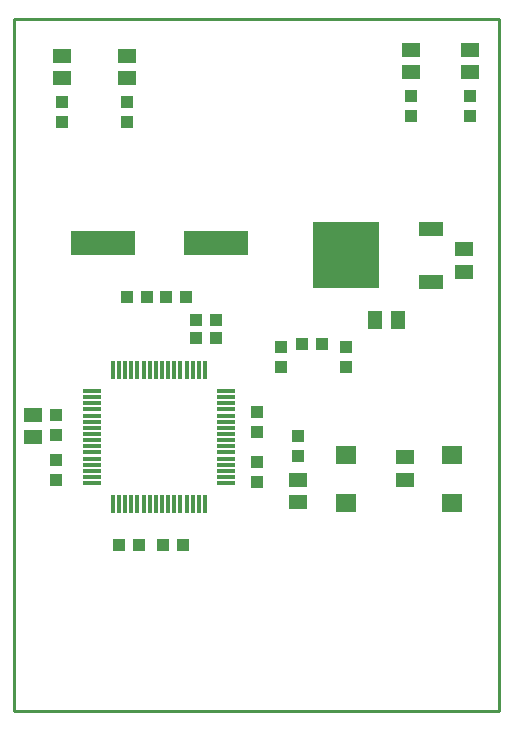
<source format=gtp>
%FSLAX44Y44*%
%MOMM*%
G71*
G01*
G75*
G04 Layer_Color=8421504*
%ADD10R,0.3000X1.5000*%
%ADD11R,1.5000X0.3000*%
%ADD12R,5.5000X2.0000*%
%ADD13R,1.6800X1.5200*%
%ADD14R,1.1000X1.0000*%
%ADD15R,1.0000X1.1000*%
%ADD16R,1.5000X1.3000*%
%ADD17R,1.3000X1.5000*%
%ADD18R,2.0000X1.2000*%
%ADD19R,5.6000X5.6000*%
%ADD20C,0.2540*%
%ADD21C,1.0000*%
%ADD22C,1.5000*%
%ADD23R,2.0000X2.0000*%
%ADD24C,2.0000*%
%ADD25C,0.7000*%
%ADD26C,0.2000*%
%ADD27C,0.1000*%
%ADD28R,0.7620X0.5080*%
D10*
X84000Y175000D02*
D03*
X162000D02*
D03*
X146400D02*
D03*
X136000D02*
D03*
X94400D02*
D03*
X110000D02*
D03*
X156800D02*
D03*
X151600D02*
D03*
X125600D02*
D03*
X99600D02*
D03*
X115200D02*
D03*
X130800D02*
D03*
X104800D02*
D03*
X141200D02*
D03*
X89200D02*
D03*
X120400D02*
D03*
Y289000D02*
D03*
X89200D02*
D03*
X141200D02*
D03*
X104800D02*
D03*
X130800D02*
D03*
X115200D02*
D03*
X99600D02*
D03*
X125600D02*
D03*
X151600D02*
D03*
X156800D02*
D03*
X110000D02*
D03*
X94400D02*
D03*
X136000D02*
D03*
X146400D02*
D03*
X162000D02*
D03*
X84000D02*
D03*
D11*
X180000Y260600D02*
D03*
Y193000D02*
D03*
Y271000D02*
D03*
Y250200D02*
D03*
Y255400D02*
D03*
Y245000D02*
D03*
Y213800D02*
D03*
Y224200D02*
D03*
Y219000D02*
D03*
Y234600D02*
D03*
Y239800D02*
D03*
Y229400D02*
D03*
Y208600D02*
D03*
Y265800D02*
D03*
Y203400D02*
D03*
Y198200D02*
D03*
X66000D02*
D03*
Y208600D02*
D03*
Y203400D02*
D03*
Y213800D02*
D03*
Y234600D02*
D03*
Y245000D02*
D03*
Y239800D02*
D03*
Y224200D02*
D03*
Y229400D02*
D03*
Y219000D02*
D03*
Y250200D02*
D03*
Y260600D02*
D03*
Y255400D02*
D03*
Y271000D02*
D03*
Y193000D02*
D03*
Y265800D02*
D03*
D12*
X76000Y396000D02*
D03*
X171000D02*
D03*
D13*
X371000Y216600D02*
D03*
Y176000D02*
D03*
X281000Y216600D02*
D03*
Y176000D02*
D03*
D14*
X244000Y311000D02*
D03*
X261000D02*
D03*
X89000Y141000D02*
D03*
X106000D02*
D03*
X126000D02*
D03*
X143000D02*
D03*
X171000Y331000D02*
D03*
X154000D02*
D03*
X171000Y316000D02*
D03*
X154000D02*
D03*
X146000Y351000D02*
D03*
X129000D02*
D03*
X96000D02*
D03*
X113000D02*
D03*
D15*
X386000Y504000D02*
D03*
Y521000D02*
D03*
X336000Y504000D02*
D03*
Y521000D02*
D03*
X96000Y499000D02*
D03*
Y516000D02*
D03*
X41000Y499000D02*
D03*
Y516000D02*
D03*
X241000Y233000D02*
D03*
Y216000D02*
D03*
X206000Y236000D02*
D03*
Y253000D02*
D03*
X36000Y196000D02*
D03*
Y213000D02*
D03*
X206000Y211000D02*
D03*
Y194000D02*
D03*
X36000Y251000D02*
D03*
Y234000D02*
D03*
X281000Y291000D02*
D03*
Y308000D02*
D03*
X226000Y291000D02*
D03*
Y308000D02*
D03*
D16*
X16000Y251000D02*
D03*
Y232000D02*
D03*
X331000Y196000D02*
D03*
Y215000D02*
D03*
X381000Y391000D02*
D03*
Y372000D02*
D03*
X386000Y541000D02*
D03*
Y560000D02*
D03*
X336000Y541000D02*
D03*
Y560000D02*
D03*
X96000Y536000D02*
D03*
Y555000D02*
D03*
X41000Y536000D02*
D03*
Y555000D02*
D03*
X241000Y196000D02*
D03*
Y177000D02*
D03*
D17*
X306000Y331000D02*
D03*
X325000D02*
D03*
D18*
X353000Y363500D02*
D03*
Y408500D02*
D03*
D19*
X281000Y386000D02*
D03*
D20*
X0Y0D02*
Y586000D01*
Y0D02*
X411000D01*
Y586000D01*
X0D02*
X411000D01*
M02*

</source>
